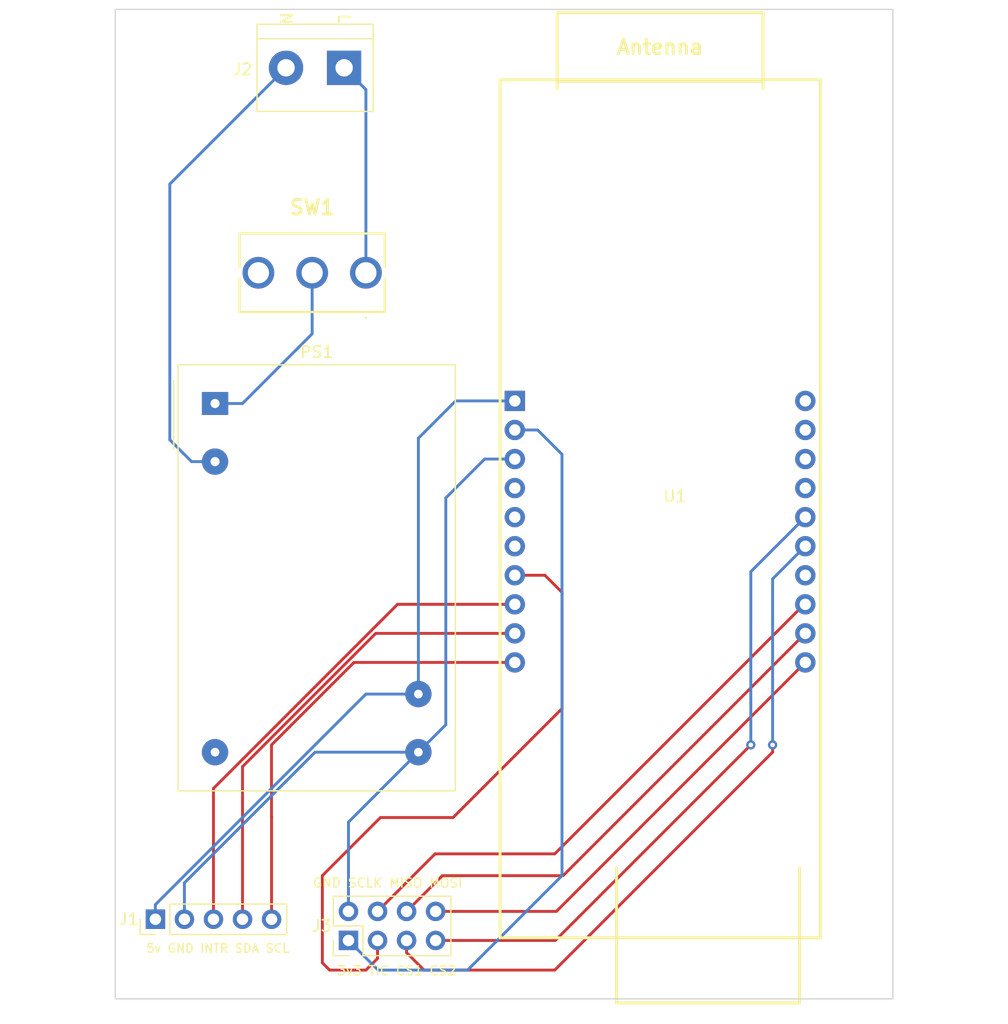
<source format=kicad_pcb>
(kicad_pcb (version 20211014) (generator pcbnew)
  (layers (0 "F.Cu" signal) (31 "B.Cu" signal) (34 "B.Paste" user) (35 "F.Paste" user) (36 "B.SilkS" user "B.Silkscreen") (37 "F.SilkS" user "F.Silkscreen") (38 "B.Mask" user) (39 "F.Mask" user) (44 "Edge.Cuts" user))
  (net 0 "")
  (net 1 "GND")
  (net 2 "+5V")
  (net 3 "+3V3")
  (net 4 "LINE")
  (net 5 "NEUT")
  (net 11 "/INTR")
  (net 15 "/SDA")
  (net 16 "/SCL")
  (net 17 "/TIC")
  (net 18 "/SCLK")
  (net 19 "/CS1")
  (net 20 "/MISO")
  (net 21 "/CS2")
  (net 22 "/MOSI")
  (net 24 "Net-(PS1-Pad1)")
  (footprint "Connector_PinHeader_2.54mm:PinHeader_1x05_P2.54mm_Vertical" (layer "F.Cu") (at 103.51 129.54 90)
    (fp_text reference "J1" (at 0 -2.33 180) (layer "F.SilkS"))
    (fp_text value "Conn_01x05_Male")
    (fp_line (start -1.33 0) (end -1.33 -1.33) (layer "F.SilkS") (width 0.12))
    (fp_line (start -1.33 -1.33) (end 0 -1.33) (layer "F.SilkS") (width 0.12))
    (fp_line (start -1.33 11.49) (end 1.33 11.49) (layer "F.SilkS") (width 0.12))
    (fp_line (start 1.33 1.27) (end 1.33 11.49) (layer "F.SilkS") (width 0.12))
    (fp_line (start -1.33 1.27) (end 1.33 1.27) (layer "F.SilkS") (width 0.12))
    (fp_line (start -1.33 1.27) (end -1.33 11.49) (layer "F.SilkS") (width 0.12))
    (pad "1" thru_hole rect locked (at 0 0 90) (size 1.7 1.7) (drill 1) (layers *.Cu *.Mask) (net 2 "+5V"))
    (pad "2" thru_hole oval locked (at 0 2.54 90) (size 1.7 1.7) (drill 1) (layers *.Cu *.Mask) (net 1 "GND"))
    (pad "3" thru_hole oval locked (at 0 5.08 90) (size 1.7 1.7) (drill 1) (layers *.Cu *.Mask) (net 11 "/INTR"))
    (pad "4" thru_hole oval locked (at 0 7.62 90) (size 1.7 1.7) (drill 1) (layers *.Cu *.Mask) (net 15 "/SDA"))
    (pad "5" thru_hole oval locked (at 0 10.16 90) (size 1.7 1.7) (drill 1) (layers *.Cu *.Mask) (net 16 "/SCL"))
  )
  (footprint "Converter_ACDC:Converter_ACDC_MeanWell_IRM-03-xx_THT" (layer "F.Cu") (at 108.7275 84.455)
    (fp_text reference "PS1" (at 8.89 -4.5) (layer "F.SilkS"))
    (fp_text value "Alim RS PRO 5V 1A")
    (fp_line (start 21.01 -3.38) (end 21.01 33.86) (layer "F.SilkS") (width 0.12))
    (fp_line (start -3.23 -3.38) (end -3.23 33.86) (layer "F.SilkS") (width 0.12))
    (fp_line (start -3.23 33.86) (end 21.01 33.86) (layer "F.SilkS") (width 0.12))
    (fp_line (start -3.61 -2) (end -3.61 4) (layer "F.SilkS") (width 0.12))
    (fp_line (start 21.01 -3.38) (end -3.23 -3.38) (layer "F.SilkS") (width 0.12))
    (pad "1" thru_hole rect locked (at 0 0) (size 2.3 2) (drill 0.8) (layers *.Cu *.Mask) (net 24 "Net-(PS1-Pad1)"))
    (pad "3" thru_hole circle locked (at 0 5.08) (size 2.3 2.3) (drill 0.8) (layers *.Cu *.Mask) (net 5 "NEUT"))
    (pad "5" thru_hole circle locked (at 0 30.48) (size 2.3 2.3) (drill 0.76) (layers *.Cu *.Mask))
    (pad "14" thru_hole circle locked (at 17.78 30.48) (size 2.3 2.3) (drill 0.76) (layers *.Cu *.Mask) (net 1 "GND"))
    (pad "16" thru_hole circle locked (at 17.78 25.4) (size 2.3 2.3) (drill 0.76) (layers *.Cu *.Mask) (net 2 "+5V"))
  )
  (footprint "mylife-footprints:RS PRO Switch 401-703" (layer "F.Cu") (at 121.92 73.025 90)
    (fp_text reference "SW1" (at 5.715 -4.7) (layer "F.SilkS") (effects (font (size 1.27 1.27) (thickness 0.254))))
    (fp_text value "SW_DPDT_x2" hide)
    (fp_line (start 3.43 -11.05) (end 3.43 1.65) (layer "F.SilkS") (width 0.2))
    (fp_line (start -3.43 -11.05) (end -0.5 -11.05) (layer "F.SilkS") (width 0.2))
    (fp_line (start 0.5 -11.05) (end 3.43 -11.05) (layer "F.SilkS") (width 0.2))
    (fp_line (start -0.5 1.65) (end -3.43 1.65) (layer "F.SilkS") (width 0.2))
    (fp_line (start -4 0) (end -4 0) (layer "F.SilkS") (width 0.1))
    (fp_line (start 3.43 1.65) (end 0.5 1.65) (layer "F.SilkS") (width 0.2))
    (fp_line (start -3.9 0) (end -3.9 0) (layer "F.SilkS") (width 0.1))
    (fp_line (start -3.43 1.65) (end -3.43 -11.05) (layer "F.SilkS") (width 0.2))
    (fp_arc (start -4 0) (mid -3.95 -0.05) (end -3.9 0) (layer "F.SilkS") (width 0.1))
    (fp_arc (start -3.9 0) (mid -3.95 0.05) (end -4 0) (layer "F.SilkS") (width 0.1))
    (pad "1" thru_hole circle (at 0 0 90) (size 2.775 2.775) (drill 1.85) (layers *.Cu *.Mask) (net 4 "LINE"))
    (pad "2" thru_hole circle (at 0 -4.7 90) (size 2.775 2.775) (drill 1.85) (layers *.Cu *.Mask) (net 24 "Net-(PS1-Pad1)"))
    (pad "3" thru_hole circle (at 0 -9.4 90) (size 2.775 2.775) (drill 1.85) (layers *.Cu *.Mask))
  )
  (footprint "TerminalBlock:TerminalBlock_bornier-2_P5.08mm" (layer "F.Cu") (at 120.015 55.11 180)
    (fp_text reference "J2" (at 8.89 -0.135) (layer "F.SilkS"))
    (fp_text value "Screw_Terminal_01x02")
    (fp_line (start 7.62 2.54) (end -2.54 2.54) (layer "F.SilkS") (width 0.12))
    (fp_line (start 7.62 3.81) (end 7.62 -3.81) (layer "F.SilkS") (width 0.12))
    (fp_line (start 7.62 -3.81) (end -2.54 -3.81) (layer "F.SilkS") (width 0.12))
    (fp_line (start -2.54 3.81) (end 7.62 3.81) (layer "F.SilkS") (width 0.12))
    (fp_line (start -2.54 -3.81) (end -2.54 3.81) (layer "F.SilkS") (width 0.12))
    (pad "1" thru_hole rect locked (at 0 0 180) (size 3 3) (drill 1.52) (layers *.Cu *.Mask) (net 4 "LINE"))
    (pad "2" thru_hole circle locked (at 5.08 0 180) (size 3 3) (drill 1.52) (layers *.Cu *.Mask) (net 5 "NEUT"))
  )
  (footprint "mylife-footprints:ESP32-POE" (layer "F.Cu") (at 147.68 94.26)
    (fp_text reference "U1" (at 1.27 -1.7 unlocked) (layer "F.SilkS"))
    (fp_text value "ESP32-POE-ISO")
    (fp_text user "Antenna" (at -0.04 -40.965) (layer "F.SilkS") (effects (font (size 1.27 1.27) (thickness 0.254))))
    (fp_line (start -14.03 36.9) (end 13.97 36.9) (layer "F.SilkS") (width 0.254))
    (fp_line (start 12.151 42.596) (end -3.849 42.596) (layer "F.SilkS") (width 0.254))
    (fp_line (start -3.849 42.596) (end -3.849 30.796) (layer "F.SilkS") (width 0.254))
    (fp_line (start -9.04 -43.965) (end -9.04 -37.345) (layer "F.SilkS") (width 0.254))
    (fp_line (start 12.151 30.796) (end 12.151 42.596) (layer "F.SilkS") (width 0.254))
    (fp_line (start 8.96 -43.965) (end 8.96 -37.345) (layer "F.SilkS") (width 0.254))
    (fp_line (start -14.03 30.58) (end -14.03 36.9) (layer "F.SilkS") (width 0.254))
    (fp_line (start -14.03 30.58) (end -14.03 -38.1) (layer "F.SilkS") (width 0.254))
    (fp_line (start -9.04 -37.965) (end 8.96 -37.965) (layer "F.SilkS") (width 0.254))
    (fp_line (start -14.03 -38.1) (end 13.97 -38.1) (layer "F.SilkS") (width 0.254))
    (fp_line (start -9.04 -43.965) (end 8.96 -43.965) (layer "F.SilkS") (width 0.254))
    (fp_line (start 13.97 36.9) (end 13.97 -38.1) (layer "F.SilkS") (width 0.254))
    (pad "1" thru_hole rect locked (at -12.74 -10.03 270) (size 1.778 1.778) (drill 1) (layers *.Cu *.Mask) (net 2 "+5V"))
    (pad "2" thru_hole circle locked (at -12.74 -7.49 270) (size 1.778 1.778) (drill 1) (layers *.Cu *.Mask) (net 3 "+3V3"))
    (pad "3" thru_hole circle locked (at -12.74 -4.95 270) (size 1.778 1.778) (drill 1) (layers *.Cu *.Mask) (net 1 "GND"))
    (pad "4" thru_hole circle locked (at -12.74 -2.41 270) (size 1.778 1.778) (drill 1) (layers *.Cu *.Mask))
    (pad "5" thru_hole circle locked (at -12.74 0.13 270) (size 1.778 1.778) (drill 1) (layers *.Cu *.Mask))
    (pad "6" thru_hole circle locked (at -12.74 2.67 270) (size 1.778 1.778) (drill 1) (layers *.Cu *.Mask))
    (pad "7" thru_hole circle locked (at -12.74 5.21 270) (size 1.778 1.778) (drill 1) (layers *.Cu *.Mask) (net 17 "/TIC"))
    (pad "8" thru_hole circle locked (at -12.74 7.75 270) (size 1.778 1.778) (drill 1) (layers *.Cu *.Mask) (net 11 "/INTR"))
    (pad "9" thru_hole circle locked (at -12.74 10.29 270) (size 1.778 1.778) (drill 1) (layers *.Cu *.Mask) (net 15 "/SDA"))
    (pad "10" thru_hole circle locked (at -12.74 12.83 270) (size 1.778 1.778) (drill 1) (layers *.Cu *.Mask) (net 16 "/SCL"))
    (pad "11" thru_hole circle locked (at 12.66 12.83 270) (size 1.778 1.778) (drill 1) (layers *.Cu *.Mask) (net 22 "/MOSI"))
    (pad "12" thru_hole circle locked (at 12.66 10.29 270) (size 1.778 1.778) (drill 1) (layers *.Cu *.Mask) (net 20 "/MISO"))
    (pad "13" thru_hole circle locked (at 12.66 7.75 270) (size 1.778 1.778) (drill 1) (layers *.Cu *.Mask) (net 18 "/SCLK"))
    (pad "14" thru_hole circle locked (at 12.66 5.21 270) (size 1.778 1.778) (drill 1) (layers *.Cu *.Mask))
    (pad "15" thru_hole circle locked (at 12.66 2.67 270) (size 1.778 1.778) (drill 1) (layers *.Cu *.Mask) (net 19 "/CS1"))
    (pad "16" thru_hole circle locked (at 12.66 0.13 270) (size 1.778 1.778) (drill 1) (layers *.Cu *.Mask) (net 21 "/CS2"))
    (pad "17" thru_hole circle locked (at 12.66 -2.41 270) (size 1.778 1.778) (drill 1) (layers *.Cu *.Mask))
    (pad "18" thru_hole circle locked (at 12.66 -4.95 270) (size 1.778 1.778) (drill 1) (layers *.Cu *.Mask))
    (pad "19" thru_hole circle locked (at 12.66 -7.49 270) (size 1.778 1.778) (drill 1) (layers *.Cu *.Mask))
    (pad "20" thru_hole circle locked (at 12.66 -10.03 270) (size 1.778 1.778) (drill 1) (layers *.Cu *.Mask))
  )
  (footprint "Connector_PinHeader_2.54mm:PinHeader_2x04_P2.54mm_Vertical" (layer "F.Cu") (at 120.396 131.3942 90)
    (fp_text reference "J3" (at 1.27 -2.33 180) (layer "F.SilkS"))
    (fp_text value "Conn_02x04_Odd_Even")
    (fp_line (start 1.27 1.27) (end 1.27 -1.33) (layer "F.SilkS") (width 0.12))
    (fp_line (start -1.33 1.27) (end -1.33 8.95) (layer "F.SilkS") (width 0.12))
    (fp_line (start -1.33 8.95) (end 3.87 8.95) (layer "F.SilkS") (width 0.12))
    (fp_line (start -1.33 0) (end -1.33 -1.33) (layer "F.SilkS") (width 0.12))
    (fp_line (start 3.87 -1.33) (end 3.87 8.95) (layer "F.SilkS") (width 0.12))
    (fp_line (start -1.33 1.27) (end 1.27 1.27) (layer "F.SilkS") (width 0.12))
    (fp_line (start 1.27 -1.33) (end 3.87 -1.33) (layer "F.SilkS") (width 0.12))
    (fp_line (start -1.33 -1.33) (end 0 -1.33) (layer "F.SilkS") (width 0.12))
    (pad "1" thru_hole rect locked (at 0 0 90) (size 1.7 1.7) (drill 1) (layers *.Cu *.Mask) (net 3 "+3V3"))
    (pad "2" thru_hole oval locked (at 2.54 0 90) (size 1.7 1.7) (drill 1) (layers *.Cu *.Mask) (net 1 "GND"))
    (pad "3" thru_hole oval locked (at 0 2.54 90) (size 1.7 1.7) (drill 1) (layers *.Cu *.Mask) (net 17 "/TIC"))
    (pad "4" thru_hole oval locked (at 2.54 2.54 90) (size 1.7 1.7) (drill 1) (layers *.Cu *.Mask) (net 18 "/SCLK"))
    (pad "5" thru_hole oval locked (at 0 5.08 90) (size 1.7 1.7) (drill 1) (layers *.Cu *.Mask) (net 19 "/CS1"))
    (pad "6" thru_hole oval locked (at 2.54 5.08 90) (size 1.7 1.7) (drill 1) (layers *.Cu *.Mask) (net 20 "/MISO"))
    (pad "7" thru_hole oval locked (at 0 7.62 90) (size 1.7 1.7) (drill 1) (layers *.Cu *.Mask) (net 21 "/CS2"))
    (pad "8" thru_hole oval locked (at 2.54 7.62 90) (size 1.7 1.7) (drill 1) (layers *.Cu *.Mask) (net 22 "/MOSI"))
  )
  (gr_line locked (start 100 136.5) (end 100 50) (layer "Edge.Cuts") (width 0.1))
  (gr_line locked (start 168 50) (end 100 50) (layer "Edge.Cuts") (width 0.1))
  (gr_line locked (start 168 136.5) (end 100 136.5) (layer "Edge.Cuts") (width 0.1))
  (gr_line locked (start 168 136.5) (end 168 50) (layer "Edge.Cuts") (width 0.1))
  (gr_text "5v GND INTR SDA SCL" (at 108.966 132.085) (layer "F.SilkS") (effects (font (size 0.75 0.75) (thickness 0.125))))
  (gr_text "L" (at 120.015 50.8 270) (layer "F.SilkS") (effects (font (size 1 1))))
  (gr_text "N" (at 114.935 50.8 270) (layer "F.SilkS") (effects (font (size 1 1))))
  (gr_text "GND SCLK MISO MOSI" (at 123.825 126.365) (layer "F.SilkS") (effects (font (size 0.8 0.8) (thickness 0.12))))
  (gr_text "3v3 TIC CS1 CS2" (at 124.6124 134.0358) (layer "F.SilkS") (effects (font (size 0.8 0.8) (thickness 0.12))))
  (segment (start 126.5075 114.935) (end 117.475 114.935) (width 0.25) (layer "B.Cu") (net 1))
  (segment (start 120.396 121.0465) (end 126.5075 114.935) (width 0.25) (layer "B.Cu") (net 1))
  (segment (start 120.396 128.8542) (end 120.396 121.0465) (width 0.25) (layer "B.Cu") (net 1))
  (segment (start 106.05 126.37) (end 106.05 129.54) (width 0.25) (layer "B.Cu") (net 1))
  (segment (start 128.905 112.5375) (end 128.905 92.71) (width 0.25) (layer "B.Cu") (net 1))
  (segment (start 117.475 114.935) (end 106.045 126.365) (width 0.25) (layer "B.Cu") (net 1))
  (segment (start 132.305 89.31) (end 134.94 89.31) (width 0.25) (layer "B.Cu") (net 1))
  (segment (start 106.045 126.365) (end 106.05 126.37) (width 0.25) (layer "B.Cu") (net 1))
  (segment (start 128.905 92.71) (end 132.305 89.31) (width 0.25) (layer "B.Cu") (net 1))
  (segment (start 126.5075 114.935) (end 128.905 112.5375) (width 0.25) (layer "B.Cu") (net 1))
  (segment (start 103.51 129.54) (end 103.51 128.264282) (width 0.25) (layer "B.Cu") (net 2))
  (segment (start 129.765 84.23) (end 134.94 84.23) (width 0.25) (layer "B.Cu") (net 2))
  (segment (start 126.5075 109.855) (end 126.5075 87.4875) (width 0.25) (layer "B.Cu") (net 2))
  (segment (start 103.51 128.264282) (end 121.919282 109.855) (width 0.25) (layer "B.Cu") (net 2))
  (segment (start 126.5075 87.4875) (end 129.765 84.23) (width 0.25) (layer "B.Cu") (net 2))
  (segment (start 121.919282 109.855) (end 126.5075 109.855) (width 0.25) (layer "B.Cu") (net 2))
  (segment (start 120.396 131.3942) (end 122.9868 133.985) (width 0.25) (layer "B.Cu") (net 3))
  (segment (start 136.935 86.77) (end 134.94 86.77) (width 0.25) (layer "B.Cu") (net 3))
  (segment (start 139.065 88.9) (end 136.935 86.77) (width 0.25) (layer "B.Cu") (net 3))
  (segment (start 122.9868 133.985) (end 130.81 133.985) (width 0.25) (layer "B.Cu") (net 3))
  (segment (start 130.81 133.985) (end 139.065 125.73) (width 0.25) (layer "B.Cu") (net 3))
  (segment (start 139.065 125.73) (end 139.065 88.9) (width 0.25) (layer "B.Cu") (net 3))
  (segment (start 121.92 57.015) (end 120.015 55.11) (width 0.25) (layer "B.Cu") (net 4))
  (segment (start 121.92 73.025) (end 121.92 57.015) (width 0.25) (layer "B.Cu") (net 4))
  (segment (start 108.7275 89.535) (end 106.68 89.535) (width 0.25) (layer "B.Cu") (net 5))
  (segment (start 104.775 87.63) (end 104.775 65.27) (width 0.25) (layer "B.Cu") (net 5))
  (segment (start 106.68 89.535) (end 104.775 87.63) (width 0.25) (layer "B.Cu") (net 5))
  (segment (start 104.775 65.27) (end 114.935 55.11) (width 0.25) (layer "B.Cu") (net 5))
  (segment (start 108.59 118.103565) (end 124.683565 102.01) (width 0.25) (layer "F.Cu") (net 11))
  (segment (start 108.59 129.54) (end 108.59 118.103565) (width 0.25) (layer "F.Cu") (net 11))
  (segment (start 124.683565 102.01) (end 134.94 102.01) (width 0.25) (layer "F.Cu") (net 11))
  (segment (start 122.779282 104.55) (end 134.94 104.55) (width 0.25) (layer "F.Cu") (net 15))
  (segment (start 111.13 129.54) (end 111.13 116.199282) (width 0.25) (layer "F.Cu") (net 15))
  (segment (start 111.13 116.199282) (end 122.779282 104.55) (width 0.25) (layer "F.Cu") (net 15))
  (segment (start 113.67 120.607225) (end 113.665 120.602225) (width 0.25) (layer "F.Cu") (net 16))
  (segment (start 120.875 107.09) (end 134.94 107.09) (width 0.25) (layer "F.Cu") (net 16))
  (segment (start 113.665 114.3) (end 120.875 107.09) (width 0.25) (layer "F.Cu") (net 16))
  (segment (start 113.67 129.54) (end 113.67 120.607225) (width 0.25) (layer "F.Cu") (net 16))
  (segment (start 113.665 120.602225) (end 113.665 114.3) (width 0.25) (layer "F.Cu") (net 16))
  (segment (start 122.936 131.3942) (end 122.936 132.969) (width 0.25) (layer "F.Cu") (net 17))
  (segment (start 129.54 120.65) (end 139.065 111.125) (width 0.25) (layer "F.Cu") (net 17))
  (segment (start 118.11 125.73) (end 123.19 120.65) (width 0.25) (layer "F.Cu") (net 17))
  (segment (start 139.065 100.965) (end 137.57 99.47) (width 0.25) (layer "F.Cu") (net 17))
  (segment (start 122.936 132.969) (end 121.92 133.985) (width 0.25) (layer "F.Cu") (net 17))
  (segment (start 123.19 120.65) (end 129.54 120.65) (width 0.25) (layer "F.Cu") (net 17))
  (segment (start 121.92 133.985) (end 118.745 133.985) (width 0.25) (layer "F.Cu") (net 17))
  (segment (start 118.745 133.985) (end 118.11 133.35) (width 0.25) (layer "F.Cu") (net 17))
  (segment (start 137.57 99.47) (end 134.94 99.47) (width 0.25) (layer "F.Cu") (net 17))
  (segment (start 118.11 133.35) (end 118.11 125.73) (width 0.25) (layer "F.Cu") (net 17))
  (segment (start 139.065 111.125) (end 139.065 100.965) (width 0.25) (layer "F.Cu") (net 17))
  (segment (start 160.245 102.01) (end 160.34 102.01) (width 0.25) (layer "F.Cu") (net 18))
  (segment (start 127.9652 123.825) (end 138.43 123.825) (width 0.25) (layer "F.Cu") (net 18))
  (segment (start 122.936 128.8542) (end 127.9652 123.825) (width 0.25) (layer "F.Cu") (net 18))
  (segment (start 138.43 123.825) (end 160.245 102.01) (width 0.25) (layer "F.Cu") (net 18))
  (segment (start 128.27 133.985) (end 138.43 133.985) (width 0.25) (layer "F.Cu") (net 19))
  (segment (start 127 133.985) (end 128.27 133.985) (width 0.25) (layer "F.Cu") (net 19))
  (segment (start 125.73 132.715) (end 127 133.985) (width 0.25) (layer "F.Cu") (net 19))
  (segment (start 138.43 133.985) (end 152.4 120.015) (width 0.25) (layer "F.Cu") (net 19))
  (segment (start 157.48 114.935) (end 157.48 114.3) (width 0.25) (layer "F.Cu") (net 19))
  (segment (start 125.476 132.461) (end 125.73 132.715) (width 0.25) (layer "F.Cu") (net 19))
  (segment (start 125.476 131.3942) (end 125.476 132.461) (width 0.25) (layer "F.Cu") (net 19))
  (segment (start 152.4 120.015) (end 157.48 114.935) (width 0.25) (layer "F.Cu") (net 19))
  (via (at 157.48 114.3) (size 0.8) (drill 0.4) (layers "F.Cu" "B.Cu") (net 19))
  (segment (start 157.48 114.3) (end 157.48 99.79) (width 0.25) (layer "B.Cu") (net 19))
  (segment (start 157.48 99.79) (end 160.34 96.93) (width 0.25) (layer "B.Cu") (net 19))
  (segment (start 160.34 104.55) (end 139.16 125.73) (width 0.25) (layer "F.Cu") (net 20))
  (segment (start 125.476 128.8542) (end 128.6002 125.73) (width 0.25) (layer "F.Cu") (net 20))
  (segment (start 128.6002 125.73) (end 133.35 125.73) (width 0.25) (layer "F.Cu") (net 20))
  (segment (start 139.16 125.73) (end 138.43 125.73) (width 0.25) (layer "F.Cu") (net 20))
  (segment (start 133.35 125.73) (end 138.43 125.73) (width 0.25) (layer "F.Cu") (net 20))
  (segment (start 153.035 116.84) (end 155.575 114.3) (width 0.25) (layer "F.Cu") (net 21))
  (segment (start 138.4808 131.3942) (end 153.035 116.84) (width 0.25) (layer "F.Cu") (net 21))
  (segment (start 128.016 131.3942) (end 138.4808 131.3942) (width 0.25) (layer "F.Cu") (net 21))
  (via (at 155.575 114.3) (size 0.8) (drill 0.4) (layers "F.Cu" "B.Cu") (net 21))
  (segment (start 155.575 114.3) (end 155.575 99.155) (width 0.25) (layer "B.Cu") (net 21))
  (segment (start 155.575 99.155) (end 160.34 94.39) (width 0.25) (layer "B.Cu") (net 21))
  (segment (start 128.016 128.8542) (end 138.5758 128.8542) (width 0.25) (layer "F.Cu") (net 22))
  (segment (start 138.5758 128.8542) (end 160.34 107.09) (width 0.25) (layer "F.Cu") (net 22))
  (segment (start 111.125 84.455) (end 108.7275 84.455) (width 0.25) (layer "B.Cu") (net 24))
  (segment (start 117.22 78.36) (end 111.125 84.455) (width 0.25) (layer "B.Cu") (net 24))
  (segment (start 117.22 73.025) (end 117.22 78.36) (width 0.25) (layer "B.Cu") (net 24))
)
</source>
